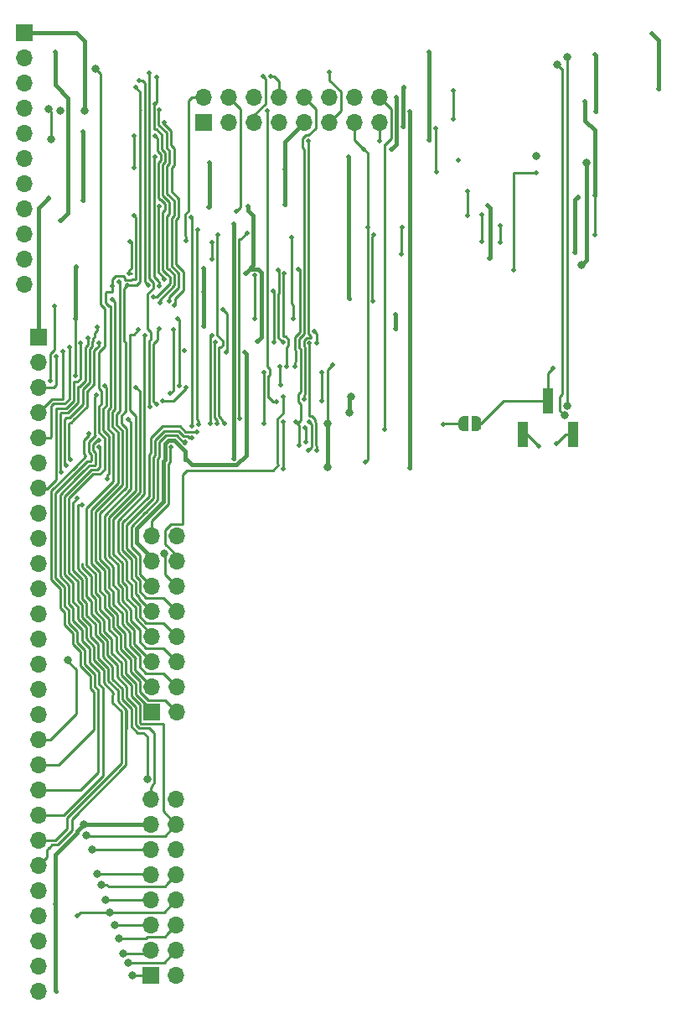
<source format=gbr>
G04 #@! TF.GenerationSoftware,KiCad,Pcbnew,5.1.5+dfsg1-2build2*
G04 #@! TF.CreationDate,2021-12-27T09:35:59+00:00*
G04 #@! TF.ProjectId,psion-org2-power,7073696f-6e2d-46f7-9267-322d706f7765,rev?*
G04 #@! TF.SameCoordinates,Original*
G04 #@! TF.FileFunction,Copper,L2,Bot*
G04 #@! TF.FilePolarity,Positive*
%FSLAX46Y46*%
G04 Gerber Fmt 4.6, Leading zero omitted, Abs format (unit mm)*
G04 Created by KiCad (PCBNEW 5.1.5+dfsg1-2build2) date 2021-12-27 09:35:59*
%MOMM*%
%LPD*%
G04 APERTURE LIST*
%ADD10C,0.100000*%
%ADD11R,1.000000X2.510000*%
%ADD12O,1.700000X1.700000*%
%ADD13R,1.700000X1.700000*%
%ADD14C,0.800000*%
%ADD15C,0.500000*%
%ADD16C,0.400000*%
%ADD17C,0.250000*%
G04 APERTURE END LIST*
G04 #@! TA.AperFunction,SMDPad,CuDef*
D10*
G36*
X126450000Y-70050602D02*
G01*
X126474534Y-70050602D01*
X126523365Y-70055412D01*
X126571490Y-70064984D01*
X126618445Y-70079228D01*
X126663778Y-70098005D01*
X126707051Y-70121136D01*
X126747850Y-70148396D01*
X126785779Y-70179524D01*
X126820476Y-70214221D01*
X126851604Y-70252150D01*
X126878864Y-70292949D01*
X126901995Y-70336222D01*
X126920772Y-70381555D01*
X126935016Y-70428510D01*
X126944588Y-70476635D01*
X126949398Y-70525466D01*
X126949398Y-70550000D01*
X126950000Y-70550000D01*
X126950000Y-71050000D01*
X126949398Y-71050000D01*
X126949398Y-71074534D01*
X126944588Y-71123365D01*
X126935016Y-71171490D01*
X126920772Y-71218445D01*
X126901995Y-71263778D01*
X126878864Y-71307051D01*
X126851604Y-71347850D01*
X126820476Y-71385779D01*
X126785779Y-71420476D01*
X126747850Y-71451604D01*
X126707051Y-71478864D01*
X126663778Y-71501995D01*
X126618445Y-71520772D01*
X126571490Y-71535016D01*
X126523365Y-71544588D01*
X126474534Y-71549398D01*
X126450000Y-71549398D01*
X126450000Y-71550000D01*
X125950000Y-71550000D01*
X125950000Y-70050000D01*
X126450000Y-70050000D01*
X126450000Y-70050602D01*
G37*
G04 #@! TD.AperFunction*
G04 #@! TA.AperFunction,SMDPad,CuDef*
G36*
X125650000Y-71550000D02*
G01*
X125150000Y-71550000D01*
X125150000Y-71549398D01*
X125125466Y-71549398D01*
X125076635Y-71544588D01*
X125028510Y-71535016D01*
X124981555Y-71520772D01*
X124936222Y-71501995D01*
X124892949Y-71478864D01*
X124852150Y-71451604D01*
X124814221Y-71420476D01*
X124779524Y-71385779D01*
X124748396Y-71347850D01*
X124721136Y-71307051D01*
X124698005Y-71263778D01*
X124679228Y-71218445D01*
X124664984Y-71171490D01*
X124655412Y-71123365D01*
X124650602Y-71074534D01*
X124650602Y-71050000D01*
X124650000Y-71050000D01*
X124650000Y-70550000D01*
X124650602Y-70550000D01*
X124650602Y-70525466D01*
X124655412Y-70476635D01*
X124664984Y-70428510D01*
X124679228Y-70381555D01*
X124698005Y-70336222D01*
X124721136Y-70292949D01*
X124748396Y-70252150D01*
X124779524Y-70214221D01*
X124814221Y-70179524D01*
X124852150Y-70148396D01*
X124892949Y-70121136D01*
X124936222Y-70098005D01*
X124981555Y-70079228D01*
X125028510Y-70064984D01*
X125076635Y-70055412D01*
X125125466Y-70050602D01*
X125150000Y-70050602D01*
X125150000Y-70050000D01*
X125650000Y-70050000D01*
X125650000Y-71550000D01*
G37*
G04 #@! TD.AperFunction*
D11*
X133700000Y-68545000D03*
X131160000Y-71855000D03*
X136240000Y-71855000D03*
D12*
X116680000Y-37860000D03*
X116680000Y-40400000D03*
X114140000Y-37860000D03*
X114140000Y-40400000D03*
X111600000Y-37860000D03*
X111600000Y-40400000D03*
X109060000Y-37860000D03*
X109060000Y-40400000D03*
X106520000Y-37860000D03*
X106520000Y-40400000D03*
X103980000Y-37860000D03*
X103980000Y-40400000D03*
X101440000Y-37860000D03*
X101440000Y-40400000D03*
X98900000Y-37860000D03*
D13*
X98900000Y-40400000D03*
D12*
X96140000Y-108720000D03*
X93600000Y-108720000D03*
X96140000Y-111260000D03*
X93600000Y-111260000D03*
X96140000Y-113800000D03*
X93600000Y-113800000D03*
X96140000Y-116340000D03*
X93600000Y-116340000D03*
X96140000Y-118880000D03*
X93600000Y-118880000D03*
X96140000Y-121420000D03*
X93600000Y-121420000D03*
X96140000Y-123960000D03*
X93600000Y-123960000D03*
X96140000Y-126500000D03*
D13*
X93600000Y-126500000D03*
D12*
X96190000Y-82120000D03*
X93650000Y-82120000D03*
X96190000Y-84660000D03*
X93650000Y-84660000D03*
X96190000Y-87200000D03*
X93650000Y-87200000D03*
X96190000Y-89740000D03*
X93650000Y-89740000D03*
X96190000Y-92280000D03*
X93650000Y-92280000D03*
X96190000Y-94820000D03*
X93650000Y-94820000D03*
X96190000Y-97360000D03*
X93650000Y-97360000D03*
X96190000Y-99900000D03*
D13*
X93650000Y-99900000D03*
D12*
X80800000Y-56700000D03*
X80800000Y-54160000D03*
X80800000Y-51620000D03*
X80800000Y-49080000D03*
X80800000Y-46540000D03*
X80800000Y-44000000D03*
X80800000Y-41460000D03*
X80800000Y-38920000D03*
X80800000Y-36380000D03*
X80800000Y-33840000D03*
D13*
X80800000Y-31300000D03*
D12*
X82200000Y-128100000D03*
X82200000Y-125560000D03*
X82200000Y-123020000D03*
X82200000Y-120480000D03*
X82200000Y-117940000D03*
X82200000Y-115400000D03*
X82200000Y-112860000D03*
X82200000Y-110320000D03*
X82200000Y-107780000D03*
X82200000Y-105240000D03*
X82200000Y-102700000D03*
X82200000Y-100160000D03*
X82200000Y-97620000D03*
X82200000Y-95080000D03*
X82200000Y-92540000D03*
X82200000Y-90000000D03*
X82200000Y-87460000D03*
X82200000Y-84920000D03*
X82200000Y-82380000D03*
X82200000Y-79840000D03*
X82200000Y-77300000D03*
X82200000Y-74760000D03*
X82200000Y-72220000D03*
X82200000Y-69680000D03*
X82200000Y-67140000D03*
X82200000Y-64600000D03*
D13*
X82200000Y-62060000D03*
D14*
X86749889Y-111300000D03*
X132500000Y-43800000D03*
X86900000Y-39200000D03*
X84400000Y-39200000D03*
D15*
X106000000Y-62574998D03*
X105900000Y-57400000D03*
X124600000Y-44200000D03*
X136700000Y-47900000D03*
X99500000Y-44500000D03*
X99400000Y-48924990D03*
X86700000Y-48300000D03*
X86700000Y-41300000D03*
X103100000Y-55600000D03*
X104300000Y-62525010D03*
X103400000Y-48900000D03*
X107100000Y-48700000D03*
X103000010Y-63600000D03*
X96975000Y-63400000D03*
X83200000Y-48000000D03*
X107100000Y-45100000D03*
D14*
X111400000Y-75200000D03*
X113600000Y-69700000D03*
X113800000Y-68100000D03*
X111465670Y-70753356D03*
D15*
X85900000Y-66000000D03*
X85900000Y-60200000D03*
X98900000Y-57500000D03*
X98900000Y-61000000D03*
X104100000Y-60200000D03*
X104100000Y-55824980D03*
X111900000Y-64900000D03*
X113500000Y-43900000D03*
X113600000Y-58200000D03*
X98900000Y-55100000D03*
X86000000Y-55000000D03*
D14*
X94900000Y-83900000D03*
D15*
X106900000Y-75350000D03*
X106900000Y-70600000D03*
D14*
X87649909Y-113800000D03*
D15*
X96996405Y-72657908D03*
X109500000Y-73499982D03*
X109539999Y-70645001D03*
X109019773Y-68300000D03*
X109500000Y-42300000D03*
X116700000Y-42300000D03*
D14*
X88549929Y-117400000D03*
D15*
X97700233Y-72223437D03*
X108558494Y-72956579D03*
X108218399Y-70613500D03*
D14*
X88099919Y-116300000D03*
D15*
X98175485Y-71661463D03*
X109189562Y-72653666D03*
X109133494Y-71214874D03*
X117200000Y-71400000D03*
D14*
X89449949Y-120130916D03*
D15*
X95400000Y-58400000D03*
X94431242Y-39100000D03*
D14*
X88999939Y-118858123D03*
D15*
X96400000Y-67000000D03*
X96300000Y-60200000D03*
X95946610Y-58837288D03*
X94907139Y-40400311D03*
D14*
X90349969Y-122800000D03*
D15*
X92318796Y-61346392D03*
X93840872Y-58000000D03*
X93981232Y-41774990D03*
D14*
X89899959Y-121400000D03*
D15*
X91293865Y-70408263D03*
X94179686Y-68859239D03*
X94420493Y-61206831D03*
X94450000Y-58600000D03*
X94163563Y-35799293D03*
X104900000Y-35765030D03*
D14*
X91249989Y-125200000D03*
D15*
X91150000Y-56850000D03*
X92000000Y-36877069D03*
D14*
X90759736Y-124328418D03*
D15*
X93265872Y-56834128D03*
X92400000Y-36200000D03*
X105670365Y-35765030D03*
X90300000Y-56500000D03*
X89675000Y-58250001D03*
X91400000Y-55675001D03*
X91449979Y-52400000D03*
X97127129Y-52300000D03*
D14*
X91699999Y-126500000D03*
D15*
X89687500Y-56912500D03*
X91899989Y-49800000D03*
X102199990Y-49375000D03*
X101900000Y-74323477D03*
X101900000Y-50600000D03*
X84400000Y-50300000D03*
X84000000Y-36700000D03*
X106900000Y-62600000D03*
X106400000Y-55300000D03*
X107300000Y-65000000D03*
X107050001Y-55613050D03*
X108119753Y-65000000D03*
X108474990Y-55200000D03*
X110326438Y-73499982D03*
X109594773Y-62694337D03*
X99531670Y-70794631D03*
X99700000Y-61900000D03*
X110100000Y-61500000D03*
X110293675Y-62655136D03*
X100231673Y-70794631D03*
X100106670Y-62600000D03*
X84975020Y-75039293D03*
X88100000Y-61024969D03*
X84525010Y-75700000D03*
X87174158Y-62157303D03*
X86475000Y-62624980D03*
X88296836Y-62624980D03*
X85425030Y-74439736D03*
X85325000Y-63074990D03*
X84700000Y-63525000D03*
X84000000Y-64025000D03*
X86068391Y-78368391D03*
D14*
X85213962Y-94631052D03*
D15*
X89193819Y-76340452D03*
X88924980Y-67000000D03*
X95616565Y-73159310D03*
X115200000Y-74650000D03*
X86597668Y-78998432D03*
X101000000Y-70773431D03*
X100300000Y-51700010D03*
X115449999Y-50975000D03*
X119700000Y-75300000D03*
X119700000Y-39300000D03*
X97702129Y-71057897D03*
X97600000Y-49950000D03*
X125600000Y-49800000D03*
X125600000Y-47300000D03*
D14*
X137100000Y-54800000D03*
X137600000Y-44500000D03*
D15*
X134200000Y-65200000D03*
X84000000Y-128100000D03*
X100850001Y-59300000D03*
X101200000Y-63600000D03*
X118300000Y-61200000D03*
X118300000Y-59800000D03*
X144200000Y-31400000D03*
X144900000Y-37000000D03*
X127600000Y-48800000D03*
X127800000Y-54100000D03*
X136400000Y-53500000D03*
X119050000Y-40800000D03*
X119100000Y-36800000D03*
X83900000Y-119300000D03*
X86100000Y-120500000D03*
X93000000Y-61900000D03*
X92043883Y-67125002D03*
X91899989Y-41774990D03*
X91899989Y-45000000D03*
X94000000Y-38500000D03*
X121700000Y-42200000D03*
X121700000Y-33265000D03*
X83900000Y-33265000D03*
D14*
X93200000Y-106700000D03*
D15*
X118400000Y-37857086D03*
X117900000Y-43100000D03*
X115100000Y-43100000D03*
X138500000Y-39300000D03*
X138400000Y-33500000D03*
X88293801Y-73200000D03*
X102550000Y-70323421D03*
X103261783Y-51538802D03*
X116100000Y-51700000D03*
X116024999Y-58400000D03*
D14*
X134651315Y-34565000D03*
X135357464Y-69970144D03*
X135600000Y-33800000D03*
X135600000Y-69000000D03*
D15*
X106300000Y-68600000D03*
X105300000Y-39200000D03*
X98381669Y-70889887D03*
X98277129Y-51250000D03*
X127000000Y-52400000D03*
X127000000Y-49700000D03*
X138400000Y-51700000D03*
X138400000Y-47800000D03*
X137400000Y-38300000D03*
D14*
X88000000Y-35015010D03*
D15*
X88024960Y-67900000D03*
X83425000Y-66500000D03*
X83800000Y-58900000D03*
X87293809Y-71800000D03*
X94779320Y-68498073D03*
X97086409Y-67137281D03*
X104970371Y-70793346D03*
X105000000Y-65600000D03*
X110800000Y-65600000D03*
X110800000Y-68500000D03*
X99700001Y-54200000D03*
X107951826Y-60225000D03*
X107800000Y-52000000D03*
X99700000Y-52500000D03*
X94916673Y-56265450D03*
X94431242Y-48900000D03*
X94415873Y-56901536D03*
X93981232Y-43900000D03*
D14*
X83500000Y-42075000D03*
X83200000Y-39000000D03*
D15*
X88293801Y-72499997D03*
X93500000Y-69100000D03*
X111600000Y-35315020D03*
X93400000Y-35400000D03*
X130200000Y-55300000D03*
X132500000Y-45500000D03*
X122350000Y-41000000D03*
X124100000Y-40100000D03*
X124100000Y-37200000D03*
X122400000Y-45400000D03*
X118900000Y-53700000D03*
X119000000Y-50975000D03*
X128900000Y-52500000D03*
X128900000Y-50800000D03*
X95825000Y-61300000D03*
X95500000Y-67775000D03*
X132800000Y-73100000D03*
X134500000Y-72800000D03*
X123100000Y-70900000D03*
X106600445Y-65025000D03*
X106699317Y-66929625D03*
D14*
X87046058Y-112344836D03*
D15*
X106900000Y-68100000D03*
D16*
X93560000Y-111300000D02*
X93600000Y-111260000D01*
X86749889Y-111300000D02*
X93560000Y-111300000D01*
X80800000Y-31300000D02*
X86000000Y-31300000D01*
X86900000Y-32200000D02*
X86900000Y-39200000D01*
X86000000Y-31300000D02*
X86900000Y-32200000D01*
X84300000Y-39300000D02*
X84400000Y-39200000D01*
X93650000Y-84450001D02*
X93650000Y-84660000D01*
D17*
X106000000Y-57500000D02*
X105900000Y-57400000D01*
X106000000Y-62574998D02*
X106000000Y-57500000D01*
D16*
X136700000Y-47900000D02*
X136411889Y-48188111D01*
X99500000Y-48824990D02*
X99400000Y-48924990D01*
X99500000Y-44500000D02*
X99500000Y-48824990D01*
X86700000Y-48300000D02*
X86700000Y-41300000D01*
X104750001Y-62075009D02*
X104300000Y-62525010D01*
X104750001Y-55512979D02*
X104750001Y-62075009D01*
X104412001Y-55174979D02*
X104750001Y-55512979D01*
X103525021Y-55174979D02*
X104412001Y-55174979D01*
X103100000Y-55600000D02*
X103525021Y-55174979D01*
X103349999Y-55350001D02*
X103100000Y-55600000D01*
X103911784Y-54788216D02*
X103349999Y-55350001D01*
X103911784Y-49765337D02*
X103911784Y-54788216D01*
X103400000Y-49253553D02*
X103911784Y-49765337D01*
X103400000Y-48900000D02*
X103400000Y-49253553D01*
X97000000Y-74100000D02*
X97000000Y-74300000D01*
X97000000Y-74100000D02*
X97000000Y-74400000D01*
X103200001Y-63799991D02*
X103000010Y-63600000D01*
X103200001Y-73985478D02*
X103200001Y-63799991D01*
X102212001Y-74973478D02*
X103200001Y-73985478D01*
X97673478Y-74973478D02*
X102212001Y-74973478D01*
X97000000Y-74300000D02*
X97673478Y-74973478D01*
X82200000Y-49000000D02*
X83200000Y-48000000D01*
X82200000Y-62060000D02*
X82200000Y-49000000D01*
X107100000Y-48700000D02*
X107100000Y-45300000D01*
X107100000Y-45300000D02*
X107100000Y-45100000D01*
X107100000Y-42360000D02*
X109060000Y-40400000D01*
X107100000Y-45100000D02*
X107100000Y-42360000D01*
X111400000Y-70819026D02*
X111465670Y-70753356D01*
X111400000Y-75200000D02*
X111400000Y-70819026D01*
X113600000Y-68300000D02*
X113800000Y-68100000D01*
X113600000Y-69700000D02*
X113600000Y-68300000D01*
D17*
X85900000Y-66000000D02*
X85900000Y-60200000D01*
D16*
X98900000Y-57500000D02*
X98900000Y-61000000D01*
D17*
X104100000Y-60200000D02*
X104100000Y-55824980D01*
X111465670Y-65334330D02*
X111465670Y-70753356D01*
X111900000Y-64900000D02*
X111465670Y-65334330D01*
D16*
X113500000Y-58100000D02*
X113600000Y-58200000D01*
X113500000Y-43900000D02*
X113500000Y-58100000D01*
X98900000Y-57500000D02*
X98900000Y-55100000D01*
X85900000Y-55100000D02*
X86000000Y-55000000D01*
X85900000Y-60200000D02*
X85900000Y-55100000D01*
D17*
X96190000Y-87200000D02*
X96190000Y-87090000D01*
X96190000Y-87200000D02*
X95000000Y-86010000D01*
X95000000Y-84000000D02*
X94900000Y-83900000D01*
X95000000Y-86010000D02*
X95000000Y-84000000D01*
X106900000Y-75350000D02*
X106900000Y-75350000D01*
X106900000Y-75350000D02*
X106900000Y-70800000D01*
X87649909Y-113800000D02*
X93600000Y-113800000D01*
X96996405Y-72803594D02*
X96996405Y-72657908D01*
X95087098Y-71984299D02*
X96146033Y-71984300D01*
X96980866Y-72819133D02*
X96996405Y-72803594D01*
X96146033Y-71984300D02*
X96980866Y-72819133D01*
X94441555Y-72629842D02*
X95087098Y-71984299D01*
X92474999Y-86024999D02*
X92474999Y-84121409D01*
X94268911Y-74331089D02*
X94441554Y-74158446D01*
X92474999Y-84121409D02*
X91574980Y-83221390D01*
X91574981Y-81183197D02*
X92958178Y-79800000D01*
X91574980Y-83221390D02*
X91574981Y-81183197D01*
X93650000Y-87200000D02*
X92474999Y-86024999D01*
X94268910Y-76930360D02*
X94268911Y-74331089D01*
X94441554Y-74158446D02*
X94441555Y-72629842D01*
X109800000Y-70905002D02*
X109539999Y-70645001D01*
X109800000Y-72800000D02*
X109800000Y-70905002D01*
X109799982Y-72800018D02*
X109800000Y-72800000D01*
X109799982Y-73200000D02*
X109799982Y-72800018D01*
X109500000Y-73499982D02*
X109799982Y-73200000D01*
X109019773Y-68300000D02*
X109019773Y-67924990D01*
X109019773Y-67924990D02*
X109144763Y-67800000D01*
X109144763Y-67800000D02*
X109144763Y-64700000D01*
X109144763Y-64700000D02*
X109144763Y-63300000D01*
X109144763Y-63300000D02*
X109144763Y-63095329D01*
X109019772Y-62418336D02*
X109318772Y-62119336D01*
X109019772Y-62970338D02*
X109019772Y-62418336D01*
X109144763Y-63095329D02*
X109019772Y-62970338D01*
X109318772Y-62119336D02*
X109380664Y-62119336D01*
X109380664Y-62119336D02*
X109700000Y-62119336D01*
X109700000Y-61951002D02*
X109500000Y-61751002D01*
X109700000Y-62119336D02*
X109700000Y-61951002D01*
X109500000Y-61751002D02*
X109500000Y-42300000D01*
X116700000Y-40420000D02*
X116680000Y-40400000D01*
X116700000Y-42300000D02*
X116700000Y-40420000D01*
X95290001Y-117189999D02*
X96140000Y-116340000D01*
X94964999Y-117515001D02*
X95290001Y-117189999D01*
X89230615Y-117515001D02*
X94964999Y-117515001D01*
X89115614Y-117400000D02*
X89230615Y-117515001D01*
X88549929Y-117400000D02*
X89115614Y-117400000D01*
X108558494Y-70953595D02*
X108218399Y-70613500D01*
X108558494Y-72956579D02*
X108558494Y-70953595D01*
X109909999Y-38709999D02*
X109060000Y-37860000D01*
X110235001Y-39035001D02*
X109909999Y-38709999D01*
X109499002Y-41700000D02*
X110235001Y-40964001D01*
X109248998Y-41700000D02*
X109499002Y-41700000D01*
X108924999Y-42023999D02*
X109248998Y-41700000D01*
X108924999Y-42975009D02*
X108924999Y-42023999D01*
X108571952Y-70613500D02*
X108700000Y-70485452D01*
X108700000Y-70485452D02*
X108700000Y-68831229D01*
X108694753Y-67605247D02*
X108694753Y-63281729D01*
X108569763Y-62231935D02*
X109049990Y-61751708D01*
X108444772Y-67855228D02*
X108694753Y-67605247D01*
X110235001Y-40964001D02*
X110235001Y-39035001D01*
X108569762Y-63156738D02*
X108569763Y-62231935D01*
X108700000Y-68831229D02*
X108444772Y-68576001D01*
X108694753Y-63281729D02*
X108569762Y-63156738D01*
X108218399Y-70613500D02*
X108571952Y-70613500D01*
X108444772Y-68576001D02*
X108444772Y-67855228D01*
X109049990Y-61751708D02*
X109049990Y-43100000D01*
X109049990Y-43100000D02*
X108924999Y-42975009D01*
X93560000Y-116300000D02*
X93600000Y-116340000D01*
X88099919Y-116300000D02*
X93560000Y-116300000D01*
X109189562Y-71270942D02*
X109133494Y-71214874D01*
X109189562Y-72653666D02*
X109189562Y-71270942D01*
X117529999Y-38709999D02*
X116680000Y-37860000D01*
X117855001Y-39035001D02*
X117529999Y-38709999D01*
X117855001Y-42044999D02*
X117855001Y-39035001D01*
X117300000Y-42600000D02*
X117855001Y-42044999D01*
X117200000Y-42600000D02*
X117300000Y-42600000D01*
X117200000Y-71400000D02*
X117200000Y-42600000D01*
X94889084Y-120130916D02*
X96140000Y-118880000D01*
X89449949Y-120130916D02*
X94889084Y-120130916D01*
X96391693Y-57049536D02*
X96391693Y-55616648D01*
X95400000Y-58041231D02*
X96391693Y-57049536D01*
X95400000Y-58400000D02*
X95400000Y-58041231D01*
X96391693Y-55616648D02*
X96391692Y-55616647D01*
X96391692Y-55616647D02*
X95656282Y-54881237D01*
X95656282Y-54881237D02*
X95656282Y-50059200D01*
X95906262Y-49809220D02*
X95906261Y-48251197D01*
X95656282Y-50059200D02*
X95906262Y-49809220D01*
X95906261Y-48251197D02*
X95206272Y-47551208D01*
X95206272Y-47551208D02*
X95206272Y-44798782D01*
X95456251Y-43251197D02*
X95132254Y-42927200D01*
X95456252Y-44548800D02*
X95456251Y-43251197D01*
X95206272Y-44798782D02*
X95456252Y-44548800D01*
X95132254Y-42927200D02*
X95132253Y-41438599D01*
X95132253Y-41438599D02*
X94306252Y-40612598D01*
X94306252Y-40612598D02*
X94306252Y-39500000D01*
X94306252Y-39224990D02*
X94431242Y-39100000D01*
X94306252Y-39500000D02*
X94306252Y-39224990D01*
X93578123Y-118858123D02*
X93600000Y-118880000D01*
X88999939Y-118858123D02*
X93578123Y-118858123D01*
X95906261Y-43006261D02*
X95582262Y-42682262D01*
X94756262Y-40426198D02*
X94782149Y-40400311D01*
X95946610Y-58837288D02*
X95975001Y-58808897D01*
X96106292Y-54694837D02*
X96106292Y-50245600D01*
X95906261Y-44735199D02*
X95906261Y-43006261D01*
X95975001Y-58808897D02*
X95975001Y-58175001D01*
X95975001Y-58175001D02*
X96841703Y-57308299D01*
X95582262Y-42682262D02*
X95582262Y-41252198D01*
X96841703Y-55430248D02*
X96106292Y-54694837D01*
X96106292Y-50245600D02*
X96356271Y-49995619D01*
X95656282Y-47364808D02*
X95656282Y-44985179D01*
X96356271Y-49995619D02*
X96356270Y-48064796D01*
X94782149Y-40400311D02*
X94907139Y-40400311D01*
X96356270Y-48064796D02*
X95656282Y-47364808D01*
X95582262Y-41252198D02*
X94756262Y-40426198D01*
X96841703Y-57308299D02*
X96841703Y-55430248D01*
X95656282Y-44985179D02*
X95906261Y-44735199D01*
X94964999Y-122595001D02*
X95290001Y-122269999D01*
X93225997Y-122595001D02*
X94964999Y-122595001D01*
X95290001Y-122269999D02*
X96140000Y-121420000D01*
X93020998Y-122800000D02*
X93225997Y-122595001D01*
X90349969Y-122800000D02*
X93020998Y-122800000D01*
X94825001Y-93455001D02*
X96190000Y-94820000D01*
X92474999Y-91715999D02*
X92474999Y-92844001D01*
X92500000Y-91690998D02*
X92474999Y-91715999D01*
X93085999Y-93455001D02*
X94825001Y-93455001D01*
X92500000Y-91601822D02*
X92500000Y-91690998D01*
X91549990Y-89549220D02*
X91549990Y-90651812D01*
X90674959Y-88674189D02*
X91549990Y-89549220D01*
X90674959Y-87407009D02*
X90674959Y-88674189D01*
X90224949Y-86956999D02*
X90674959Y-87407009D01*
X92474999Y-92844001D02*
X93085999Y-93455001D01*
X91549990Y-90651812D02*
X92500000Y-91601822D01*
X90224949Y-85053406D02*
X90224949Y-86956999D01*
X92018864Y-77557264D02*
X89324936Y-80251192D01*
X89324936Y-80251192D02*
X89324936Y-84153393D01*
X89324936Y-84153393D02*
X90224949Y-85053406D01*
X91468883Y-69448001D02*
X91468883Y-61831117D01*
X92018865Y-69997983D02*
X91468883Y-69448001D01*
X92018865Y-73781135D02*
X92018865Y-69997983D01*
X92018866Y-73466825D02*
X92018865Y-73781135D01*
X92018865Y-73781135D02*
X92018864Y-77557264D01*
X91468883Y-61831117D02*
X91500000Y-61800000D01*
X91834071Y-61831117D02*
X92318796Y-61346392D01*
X91468883Y-61831117D02*
X91834071Y-61831117D01*
X95202225Y-55700000D02*
X95136410Y-55700000D01*
X95491674Y-55989449D02*
X95202225Y-55700000D01*
X95491674Y-56676737D02*
X95491674Y-55989449D01*
X94168411Y-58000000D02*
X95491674Y-56676737D01*
X93840872Y-58000000D02*
X94168411Y-58000000D01*
X95136410Y-55700000D02*
X94756262Y-55319852D01*
X94756262Y-55319852D02*
X94756262Y-49686400D01*
X95006243Y-48623999D02*
X94582244Y-48200000D01*
X95006243Y-49176001D02*
X95006243Y-48623999D01*
X94756262Y-49425982D02*
X95006243Y-49176001D01*
X94756262Y-49686400D02*
X94756262Y-49425982D01*
X94500000Y-48200000D02*
X94306252Y-48006252D01*
X94582244Y-48200000D02*
X94500000Y-48200000D01*
X94556233Y-43623999D02*
X94232234Y-43300000D01*
X94556233Y-44176001D02*
X94556233Y-43623999D01*
X94306252Y-44425982D02*
X94556233Y-44176001D01*
X94306252Y-48006252D02*
X94306252Y-44425982D01*
X94232234Y-42025992D02*
X93981232Y-41774990D01*
X94232234Y-43300000D02*
X94232234Y-42025992D01*
X93580000Y-121400000D02*
X93600000Y-121420000D01*
X89899959Y-121400000D02*
X93580000Y-121400000D01*
X93650000Y-94820000D02*
X91908178Y-93078178D01*
X91908178Y-91646410D02*
X91099980Y-90838212D01*
X91908178Y-93078178D02*
X91908178Y-91646410D01*
X91099980Y-90838212D02*
X91099980Y-89735620D01*
X91099980Y-89735620D02*
X90224949Y-88860589D01*
X90224949Y-88860589D02*
X90224949Y-87593409D01*
X89774939Y-87143399D02*
X89774939Y-85239806D01*
X90224949Y-87593409D02*
X89774939Y-87143399D01*
X89774939Y-85239806D02*
X88874926Y-84339793D01*
X88874927Y-80064791D02*
X91568855Y-77370863D01*
X88874926Y-84339793D02*
X88874927Y-80064791D01*
X91568857Y-70683255D02*
X91293865Y-70408263D01*
X91568857Y-73431143D02*
X91568857Y-70683255D01*
X91568855Y-77370863D02*
X91568857Y-73431143D01*
X91568857Y-73431143D02*
X91568857Y-73280424D01*
X91293865Y-70408263D02*
X91293865Y-70408263D01*
X94041360Y-68800000D02*
X93818904Y-68577544D01*
X94120447Y-68800000D02*
X94041360Y-68800000D01*
X94179686Y-68859239D02*
X94120447Y-68800000D01*
X93818904Y-68577544D02*
X93818904Y-68286400D01*
X93818904Y-68286400D02*
X93818904Y-62800000D01*
X94225011Y-62362401D02*
X94225010Y-61437598D01*
X93818904Y-62768508D02*
X94225011Y-62362401D01*
X93818904Y-62800000D02*
X93818904Y-62768508D01*
X94420493Y-61242115D02*
X94420493Y-61206831D01*
X94225010Y-61437598D02*
X94420493Y-61242115D01*
X95388625Y-55249990D02*
X95322810Y-55249990D01*
X95941683Y-55803048D02*
X95388625Y-55249990D01*
X95941684Y-56863137D02*
X95941683Y-55803048D01*
X94400000Y-58404821D02*
X95941684Y-56863137D01*
X94400000Y-58550000D02*
X94400000Y-58404821D01*
X94450000Y-58600000D02*
X94400000Y-58550000D01*
X95322810Y-55249990D02*
X95206272Y-55133452D01*
X95206272Y-55133452D02*
X95206272Y-50100000D01*
X95206272Y-50100000D02*
X95206272Y-49872800D01*
X95456252Y-48437598D02*
X94768645Y-47749991D01*
X95456252Y-49622820D02*
X95456252Y-48437598D01*
X95206272Y-49872800D02*
X95456252Y-49622820D01*
X94768645Y-47749991D02*
X94756262Y-47737608D01*
X94756262Y-47737608D02*
X94756262Y-44612382D01*
X95006243Y-44362401D02*
X95006242Y-43437598D01*
X94756262Y-44612382D02*
X95006243Y-44362401D01*
X95006242Y-43437598D02*
X94682244Y-43113600D01*
X94682244Y-43113600D02*
X94682244Y-41625000D01*
X94682244Y-41625000D02*
X94157244Y-41100000D01*
X93900000Y-41100000D02*
X93856242Y-41056242D01*
X94157244Y-41100000D02*
X93900000Y-41100000D01*
X94162856Y-35800000D02*
X94163563Y-35799293D01*
X103980000Y-39668998D02*
X103980000Y-40400000D01*
X105155001Y-38493997D02*
X103980000Y-39668998D01*
X105155001Y-36020031D02*
X105155001Y-38493997D01*
X104900000Y-35765030D02*
X105155001Y-36020031D01*
X94900000Y-125200000D02*
X96140000Y-123960000D01*
X91249989Y-125200000D02*
X94900000Y-125200000D01*
X92474999Y-95384001D02*
X92474999Y-94281409D01*
X93085999Y-95995001D02*
X92474999Y-95384001D01*
X94825001Y-95995001D02*
X93085999Y-95995001D01*
X96190000Y-97360000D02*
X94825001Y-95995001D01*
X92474999Y-94281409D02*
X91458168Y-93264578D01*
X91458168Y-93264578D02*
X91458168Y-91832810D01*
X91458168Y-91832810D02*
X90649970Y-91024612D01*
X90649970Y-91024612D02*
X90649970Y-89922020D01*
X90649970Y-89922020D02*
X89774939Y-89046989D01*
X89774939Y-87779809D02*
X89324929Y-87329799D01*
X89774939Y-89046989D02*
X89774939Y-87779809D01*
X89324929Y-87329799D02*
X89324929Y-85426206D01*
X88424917Y-84526192D02*
X88424918Y-79878390D01*
X89324929Y-85426206D02*
X88424917Y-84526192D01*
X88424918Y-79878390D02*
X91118846Y-77184462D01*
X90965599Y-69634401D02*
X91018873Y-69634401D01*
X90568864Y-70756264D02*
X90568864Y-70031136D01*
X91118847Y-71306247D02*
X90568864Y-70756264D01*
X91118847Y-73418847D02*
X91118847Y-71306247D01*
X91118846Y-77184462D02*
X91118847Y-73418847D01*
X90568864Y-70031136D02*
X90965599Y-69634401D01*
X91118847Y-73418847D02*
X91118848Y-73094023D01*
X91018873Y-69634401D02*
X91018873Y-62600000D01*
X90874999Y-62456126D02*
X90874999Y-57125001D01*
X90874999Y-57125001D02*
X91150000Y-56850000D01*
X91018873Y-62600000D02*
X90874999Y-62456126D01*
X91150000Y-56850000D02*
X91200000Y-56800000D01*
X91150000Y-56850000D02*
X92124989Y-56850000D01*
X92124989Y-56850000D02*
X92474989Y-56500000D01*
X92474989Y-56500000D02*
X92474989Y-48800000D01*
X92474989Y-48800000D02*
X92474989Y-46500000D01*
X92474989Y-39125011D02*
X92506212Y-39093788D01*
X92474989Y-46500000D02*
X92474989Y-39125011D01*
X93231582Y-124328418D02*
X93600000Y-123960000D01*
X90759736Y-124328418D02*
X93231582Y-124328418D01*
X93650000Y-97360000D02*
X91941085Y-95651085D01*
X91941085Y-94558915D02*
X92024989Y-94475011D01*
X91941085Y-95651085D02*
X91941085Y-94558915D01*
X92024989Y-94475011D02*
X90948553Y-93398575D01*
X90948553Y-91959605D02*
X90199960Y-91211012D01*
X90948553Y-93398575D02*
X90948553Y-91959605D01*
X90199960Y-91211012D02*
X90199960Y-90108420D01*
X90199960Y-90108420D02*
X89324929Y-89233389D01*
X89324929Y-89233389D02*
X89324929Y-87966209D01*
X89324929Y-87966209D02*
X88874919Y-87516199D01*
X88874919Y-87516199D02*
X88874919Y-85612605D01*
X87974908Y-84712591D02*
X87974909Y-79691989D01*
X88874919Y-85612605D02*
X87974908Y-84712591D01*
X87974909Y-79691989D02*
X90668837Y-76998061D01*
X90118854Y-70942664D02*
X90118855Y-69844735D01*
X90668839Y-71492649D02*
X90118854Y-70942664D01*
X90668839Y-73168839D02*
X90668839Y-71492649D01*
X90668837Y-76998061D02*
X90668839Y-73168839D01*
X90668839Y-73168839D02*
X90668839Y-72907622D01*
X90118855Y-69844735D02*
X90400000Y-69563590D01*
X90400000Y-69563590D02*
X90400000Y-56526998D01*
X93265872Y-56834128D02*
X92956222Y-56524478D01*
X92924999Y-39475001D02*
X92956222Y-39443778D01*
X92924999Y-56493255D02*
X92924999Y-39475001D01*
X92956222Y-56524478D02*
X92924999Y-56493255D01*
X106520000Y-36657919D02*
X106520000Y-37860000D01*
X106023918Y-35765030D02*
X106520000Y-36261112D01*
X106520000Y-36261112D02*
X106520000Y-36657919D01*
X105670365Y-35765030D02*
X106023918Y-35765030D01*
X90326998Y-56526998D02*
X90300000Y-56500000D01*
X90400000Y-56526998D02*
X90326998Y-56526998D01*
X93275997Y-98724999D02*
X92474999Y-97924001D01*
X95014999Y-98724999D02*
X93275997Y-98724999D01*
X96190000Y-99900000D02*
X95014999Y-98724999D01*
X92474999Y-97924001D02*
X92474999Y-96821409D01*
X92474999Y-96821409D02*
X91491075Y-95837485D01*
X91491075Y-95837485D02*
X91491075Y-94577507D01*
X91491075Y-94577507D02*
X90498543Y-93584975D01*
X90498543Y-92146005D02*
X89749950Y-91397412D01*
X90498543Y-93584975D02*
X90498543Y-92146005D01*
X89749950Y-90294820D02*
X88874919Y-89419789D01*
X89749950Y-91397412D02*
X89749950Y-90294820D01*
X88874919Y-89419789D02*
X88874919Y-88152609D01*
X88874919Y-88152609D02*
X88424909Y-87702599D01*
X88424909Y-87702599D02*
X88424909Y-85799004D01*
X88424909Y-85799004D02*
X87524899Y-84898990D01*
X87524900Y-79505588D02*
X90218828Y-76811660D01*
X87524899Y-84898990D02*
X87524900Y-79505588D01*
X90218828Y-76811660D02*
X90218830Y-72721221D01*
X90218830Y-72721221D02*
X90218830Y-71679050D01*
X89668845Y-71129063D02*
X89668846Y-69658334D01*
X90218830Y-71679050D02*
X89668845Y-71129063D01*
X89668846Y-69631154D02*
X89949990Y-69350010D01*
X89668846Y-69658334D02*
X89668846Y-69631154D01*
X89949990Y-58524991D02*
X89675000Y-58250001D01*
X89949990Y-69350010D02*
X89949990Y-58524991D01*
X89675000Y-58250001D02*
X89675000Y-58250001D01*
X91524999Y-55675001D02*
X91574969Y-55625031D01*
X91400000Y-55675001D02*
X91524999Y-55675001D01*
X91400000Y-55321448D02*
X91574969Y-55146479D01*
X91400000Y-55675001D02*
X91400000Y-55321448D01*
X91574969Y-55146479D02*
X91574969Y-52400000D01*
X91574969Y-52400000D02*
X91449979Y-52400000D01*
X97697919Y-37860000D02*
X98900000Y-37860000D01*
X97398998Y-38158921D02*
X97697919Y-37860000D01*
X97398998Y-49300000D02*
X97398998Y-38158921D01*
X97024999Y-49673999D02*
X97398998Y-49300000D01*
X97024999Y-51844317D02*
X97024999Y-49673999D01*
X97127129Y-51946447D02*
X97024999Y-51844317D01*
X97127129Y-52300000D02*
X97127129Y-51946447D01*
X91699999Y-126500000D02*
X93600000Y-126500000D01*
X89600000Y-57500000D02*
X89625000Y-57525000D01*
X89499980Y-58975002D02*
X89326999Y-58975002D01*
X89218836Y-71315462D02*
X89218837Y-69444753D01*
X89768821Y-71865450D02*
X89218836Y-71315462D01*
X89675000Y-57475000D02*
X89675000Y-56900000D01*
X87074891Y-79319187D02*
X89768819Y-76625259D01*
X88949999Y-58598002D02*
X88949999Y-57625001D01*
X89499980Y-69163610D02*
X89499980Y-58975002D01*
X87074890Y-85085389D02*
X87074891Y-79319187D01*
X93650000Y-99900000D02*
X93650000Y-99735412D01*
X87974899Y-87888999D02*
X87974899Y-85985403D01*
X93650000Y-99735412D02*
X92024989Y-98110401D01*
X92024989Y-98110401D02*
X92024989Y-97007809D01*
X92024989Y-97007809D02*
X91041065Y-96023885D01*
X91041065Y-96023885D02*
X91041065Y-94763907D01*
X91041065Y-94763907D02*
X90048533Y-93771375D01*
X89218837Y-69444753D02*
X89499980Y-69163610D01*
X89768819Y-76625259D02*
X89768821Y-71865450D01*
X90048533Y-92332405D02*
X89299940Y-91583812D01*
X90048533Y-93771375D02*
X90048533Y-92332405D01*
X89299940Y-91583812D02*
X89299940Y-90481220D01*
X89075000Y-57500000D02*
X89600000Y-57500000D01*
X89326999Y-58975002D02*
X88949999Y-58598002D01*
X89299940Y-90481220D02*
X88424909Y-89606189D01*
X88949999Y-57625001D02*
X89075000Y-57500000D01*
X87974899Y-85985403D02*
X87074890Y-85085389D01*
X88424909Y-89606189D02*
X88424909Y-88339009D01*
X89625000Y-57525000D02*
X89675000Y-57475000D01*
X88424909Y-88339009D02*
X87974899Y-87888999D01*
X90900000Y-56100000D02*
X90900000Y-56274999D01*
X90724999Y-55924999D02*
X90900000Y-56100000D01*
X90023999Y-55924999D02*
X90724999Y-55924999D01*
X89687500Y-56261498D02*
X90023999Y-55924999D01*
X89687500Y-56912500D02*
X89687500Y-56261498D01*
X90900000Y-56274999D02*
X91574999Y-56274999D01*
X91574999Y-56274999D02*
X91649998Y-56200000D01*
X92000000Y-56200000D02*
X92024979Y-56175021D01*
X91649998Y-56200000D02*
X92000000Y-56200000D01*
X92024979Y-56175021D02*
X92024979Y-50300000D01*
X92024979Y-49924990D02*
X91899989Y-49800000D01*
X92024979Y-50300000D02*
X92024979Y-49924990D01*
X102289999Y-38709999D02*
X101440000Y-37860000D01*
X102615001Y-39035001D02*
X102289999Y-38709999D01*
X102615001Y-48959989D02*
X102615001Y-39035001D01*
X102199990Y-49375000D02*
X102615001Y-48959989D01*
D16*
X101900000Y-74323477D02*
X101900000Y-73000000D01*
X101900000Y-73000000D02*
X101900000Y-50600000D01*
X85200001Y-37900001D02*
X84000000Y-36700000D01*
X85200001Y-49499999D02*
X85200001Y-37900001D01*
X84400000Y-50300000D02*
X85200001Y-49499999D01*
D17*
X106900000Y-62600000D02*
X106450010Y-62150010D01*
X106450010Y-62150010D02*
X106450010Y-57700992D01*
X106475001Y-55375001D02*
X106400000Y-55300000D01*
X106475001Y-57676001D02*
X106475001Y-55375001D01*
X106450010Y-57700992D02*
X106475001Y-57676001D01*
X107151002Y-62000000D02*
X106936410Y-62000000D01*
X107475001Y-62323999D02*
X107151002Y-62000000D01*
X107475001Y-62876001D02*
X107475001Y-62323999D01*
X107300000Y-63051002D02*
X107475001Y-62876001D01*
X107300000Y-65000000D02*
X107300000Y-63051002D01*
X106936410Y-61936410D02*
X106900020Y-61900020D01*
X106936410Y-62000000D02*
X106936410Y-61936410D01*
X106900020Y-57887392D02*
X106925011Y-57862401D01*
X106900020Y-61900020D02*
X106900020Y-57887392D01*
X106925011Y-55738040D02*
X107050001Y-55613050D01*
X106925011Y-57862401D02*
X106925011Y-55738040D01*
X108119753Y-64646447D02*
X108244743Y-64521457D01*
X108119753Y-65000000D02*
X108119753Y-64646447D01*
X108244743Y-63468129D02*
X108119753Y-63343137D01*
X108244743Y-64521457D02*
X108244743Y-63468129D01*
X108119753Y-63343137D02*
X108119754Y-62045534D01*
X108119754Y-62045534D02*
X108599980Y-61565308D01*
X108599980Y-61565308D02*
X108599980Y-57600000D01*
X108599980Y-57600000D02*
X108599980Y-55200000D01*
X108599980Y-55200000D02*
X108474990Y-55200000D01*
X110326438Y-73499982D02*
X110326438Y-73062864D01*
X110249992Y-72986418D02*
X110250010Y-72986400D01*
X110326438Y-73062864D02*
X110249992Y-72986418D01*
X110250010Y-72986400D02*
X110250010Y-70718602D01*
X110115000Y-70583592D02*
X110115000Y-70369000D01*
X110250010Y-70718602D02*
X110115000Y-70583592D01*
X110115000Y-70369000D02*
X109816000Y-70070000D01*
X109816000Y-70070000D02*
X109670000Y-70070000D01*
X109594773Y-69994773D02*
X109594773Y-62694337D01*
X109670000Y-70070000D02*
X109594773Y-69994773D01*
X99531670Y-70794631D02*
X99531670Y-61968330D01*
X99631670Y-61968330D02*
X99700000Y-61900000D01*
X99531670Y-61968330D02*
X99631670Y-61968330D01*
X110293675Y-61693675D02*
X110293675Y-62655136D01*
X110100000Y-61500000D02*
X110293675Y-61693675D01*
X100231673Y-70441078D02*
X99981680Y-70191085D01*
X100231673Y-70794631D02*
X100231673Y-70441078D01*
X99981680Y-62724990D02*
X100106670Y-62600000D01*
X99981680Y-70191085D02*
X99981680Y-62724990D01*
X84850030Y-74914303D02*
X84975020Y-75039293D01*
X84850030Y-70349970D02*
X84850030Y-74914303D01*
X85000000Y-70200000D02*
X84850030Y-70349970D01*
X88100000Y-61024969D02*
X88100000Y-61378522D01*
X87847975Y-62078513D02*
X87748797Y-62177691D01*
X86675028Y-67348794D02*
X86675027Y-68870613D01*
X88100000Y-61378522D02*
X87847975Y-61630547D01*
X87623806Y-62575962D02*
X87623805Y-63012605D01*
X87847975Y-61630547D02*
X87847975Y-62078513D01*
X85345640Y-70200000D02*
X85000000Y-70200000D01*
X87748797Y-62177691D02*
X87748797Y-62450971D01*
X87748797Y-62450971D02*
X87623806Y-62575962D01*
X87623805Y-63012605D02*
X87375019Y-63261391D01*
X86675027Y-68870613D02*
X85345640Y-70200000D01*
X87375019Y-63261391D02*
X87375018Y-66648804D01*
X87375018Y-66648804D02*
X86675028Y-67348794D01*
X87173796Y-62826204D02*
X86925010Y-63074990D01*
X87173796Y-62174970D02*
X87173796Y-62826204D01*
X86925009Y-66462403D02*
X86337403Y-67050009D01*
X86925010Y-63074990D02*
X86925009Y-66462403D01*
X86225018Y-68684212D02*
X85209210Y-69700020D01*
X86225019Y-67074981D02*
X86225018Y-68684212D01*
X86249991Y-67050009D02*
X86225019Y-67074981D01*
X86337403Y-67050009D02*
X86249991Y-67050009D01*
X84499980Y-69700020D02*
X84400020Y-69799980D01*
X85209210Y-69700020D02*
X84499980Y-69700020D01*
X84400020Y-69799980D02*
X84400020Y-75800000D01*
X83070779Y-77370780D02*
X82999999Y-77300000D01*
X83950010Y-76491549D02*
X83070779Y-77370780D01*
X82999999Y-77300000D02*
X82200000Y-77300000D01*
X83950010Y-69250010D02*
X83950010Y-76491549D01*
X85775009Y-68497811D02*
X85022810Y-69250010D01*
X85022810Y-69250010D02*
X83950010Y-69250010D01*
X85800000Y-66600000D02*
X85775010Y-66624990D01*
X86151002Y-66600000D02*
X85800000Y-66600000D01*
X86475000Y-66276002D02*
X86151002Y-66600000D01*
X85775010Y-66624990D02*
X85775009Y-68497811D01*
X86475000Y-62624980D02*
X86475000Y-66276002D01*
X88075369Y-63200000D02*
X88072820Y-63200000D01*
X88296836Y-62978533D02*
X88075369Y-63200000D01*
X88296836Y-62624980D02*
X88296836Y-62978533D01*
X88072820Y-63200000D02*
X87825028Y-63447792D01*
X87825028Y-63447792D02*
X87825027Y-66835205D01*
X87125037Y-67535195D02*
X87125036Y-69057014D01*
X87825027Y-66835205D02*
X87125037Y-67535195D01*
X87125036Y-69057014D02*
X85791025Y-70391025D01*
X85791025Y-70391025D02*
X85482050Y-70700000D01*
X85400000Y-70700000D02*
X85300040Y-70799960D01*
X85482050Y-70700000D02*
X85400000Y-70700000D01*
X85300040Y-70799960D02*
X85300040Y-73900000D01*
X85300040Y-74314746D02*
X85425030Y-74439736D01*
X85300040Y-73900000D02*
X85300040Y-74314746D01*
X83500000Y-72122081D02*
X83402081Y-72220000D01*
X83500000Y-69016410D02*
X83500000Y-72122081D01*
X83716410Y-68800000D02*
X83500000Y-69016410D01*
X84836410Y-68800000D02*
X83716410Y-68800000D01*
X83402081Y-72220000D02*
X82200000Y-72220000D01*
X85325000Y-68311410D02*
X84836410Y-68800000D01*
X85325000Y-63074990D02*
X85325000Y-68311410D01*
X83580000Y-68300000D02*
X82200000Y-69680000D01*
X84700000Y-68300000D02*
X83580000Y-68300000D01*
X84700000Y-63525000D02*
X84700000Y-68300000D01*
X83760000Y-67140000D02*
X82200000Y-67140000D01*
X84000000Y-66900000D02*
X83760000Y-67140000D01*
X84000000Y-64025000D02*
X84000000Y-66900000D01*
X83402081Y-102700000D02*
X86002081Y-100100000D01*
X82200000Y-102700000D02*
X83402081Y-102700000D01*
X86002081Y-100100000D02*
X86002081Y-95597919D01*
X85213962Y-94809800D02*
X85213962Y-94631052D01*
X86002081Y-95597919D02*
X85213962Y-94809800D01*
X89193819Y-75986899D02*
X89318810Y-75861908D01*
X89193819Y-76340452D02*
X89193819Y-75986899D01*
X89318810Y-75861908D02*
X89318811Y-72100000D01*
X89318811Y-72100000D02*
X89318811Y-72051849D01*
X88768828Y-69258352D02*
X89049970Y-68977210D01*
X88768827Y-71501861D02*
X88768828Y-69258352D01*
X89318811Y-72051849D02*
X88768827Y-71501861D01*
X89049970Y-67124990D02*
X88924980Y-67000000D01*
X89049970Y-68977210D02*
X89049970Y-67124990D01*
X93520000Y-108800000D02*
X93600000Y-108720000D01*
X95618938Y-73161683D02*
X95616565Y-73159310D01*
X115449999Y-74400001D02*
X115449999Y-43449999D01*
X115200000Y-74650000D02*
X115449999Y-74400001D01*
X114140000Y-42140000D02*
X114140000Y-40400000D01*
X100806674Y-70706674D02*
X100806674Y-70518630D01*
X100873431Y-70773431D02*
X100806674Y-70706674D01*
X101000000Y-70773431D02*
X100873431Y-70773431D01*
X100681683Y-70393639D02*
X100681682Y-70254677D01*
X100806674Y-70518630D02*
X100681683Y-70393639D01*
X100681682Y-70254677D02*
X100431690Y-70004685D01*
X100431690Y-70004685D02*
X100431690Y-63100000D01*
X100431690Y-63100000D02*
X100600000Y-63100000D01*
X100600000Y-63100000D02*
X100800000Y-62900000D01*
X100800000Y-62900000D02*
X100800000Y-62442328D01*
X100800000Y-62442328D02*
X100275001Y-61917329D01*
X100275001Y-51725009D02*
X100300000Y-51700010D01*
X100275001Y-61917329D02*
X100275001Y-51725009D01*
D16*
X119700000Y-75300000D02*
X119700000Y-39300000D01*
D17*
X97702129Y-50052129D02*
X97600000Y-49950000D01*
X97702129Y-71057897D02*
X97702129Y-50052129D01*
X125600000Y-49800000D02*
X125600000Y-47300000D01*
D16*
X137600000Y-54300000D02*
X137600000Y-44500000D01*
X137100000Y-54800000D02*
X137600000Y-54300000D01*
X93650000Y-84350000D02*
X93650000Y-84660000D01*
X92100000Y-82800000D02*
X93650000Y-84350000D01*
X97000000Y-74100000D02*
X97000000Y-73580743D01*
X97000000Y-73580743D02*
X95928566Y-72509309D01*
X95928566Y-72509309D02*
X95304564Y-72509309D01*
X95304564Y-72509309D02*
X94966564Y-72847309D01*
X92100000Y-81500000D02*
X92100000Y-82800000D01*
X94966564Y-72847309D02*
X94966564Y-74433436D01*
X94966564Y-74433436D02*
X94793920Y-74606080D01*
X94793920Y-74606080D02*
X94793920Y-76712894D01*
X94793919Y-78706735D02*
X93483187Y-80017467D01*
X94793920Y-76712894D02*
X94793919Y-78706735D01*
X93483187Y-80017467D02*
X92099990Y-81400664D01*
X92099990Y-81400664D02*
X92099990Y-82800000D01*
D17*
X133700000Y-68545000D02*
X133700000Y-65700000D01*
X133700000Y-65700000D02*
X134200000Y-65200000D01*
X101250010Y-63549990D02*
X101200000Y-63600000D01*
X101250010Y-59700009D02*
X101250010Y-63549990D01*
X100850001Y-59300000D02*
X101250010Y-59700009D01*
X132950000Y-68545000D02*
X133700000Y-68545000D01*
X129205000Y-68545000D02*
X132950000Y-68545000D01*
X126950000Y-70800000D02*
X129205000Y-68545000D01*
X126450000Y-70800000D02*
X126950000Y-70800000D01*
D16*
X118300000Y-61200000D02*
X118300000Y-59800000D01*
X144900000Y-32100000D02*
X144900000Y-37000000D01*
X144200000Y-31400000D02*
X144900000Y-32100000D01*
X127849999Y-54050001D02*
X127800000Y-54100000D01*
X127849999Y-49049999D02*
X127849999Y-54050001D01*
X127600000Y-48800000D02*
X127849999Y-49049999D01*
X136411889Y-53488111D02*
X136400000Y-53500000D01*
X136411889Y-48188111D02*
X136411889Y-53488111D01*
X119050000Y-36850000D02*
X119100000Y-36800000D01*
X119050000Y-40800000D02*
X119050000Y-36850000D01*
X86100000Y-111949889D02*
X86749889Y-111300000D01*
X83900000Y-114300000D02*
X86100000Y-112100000D01*
X86100000Y-112100000D02*
X86100000Y-111949889D01*
X84000000Y-128100000D02*
X83900000Y-128000000D01*
X83900000Y-119300000D02*
X83900000Y-114300000D01*
X83900000Y-128000000D02*
X83900000Y-119300000D01*
D17*
X94268910Y-76930360D02*
X94268910Y-78489268D01*
X94268910Y-78489268D02*
X93029089Y-79729089D01*
X93029089Y-79729089D02*
X92729089Y-80029089D01*
X94825001Y-88375001D02*
X96190000Y-89740000D01*
X93085999Y-88375001D02*
X94825001Y-88375001D01*
X92474999Y-87764001D02*
X93085999Y-88375001D01*
X92474999Y-86661409D02*
X92474999Y-87764001D01*
X92024989Y-86211399D02*
X92474999Y-86661409D01*
X97412936Y-72223437D02*
X97272406Y-72082907D01*
X93991546Y-72443441D02*
X93991545Y-73972045D01*
X96881050Y-72082907D02*
X96332434Y-71534291D01*
X91124971Y-83407789D02*
X92024989Y-84307809D01*
X96332434Y-71534291D02*
X94900699Y-71534290D01*
X97700233Y-72223437D02*
X97412936Y-72223437D01*
X94900699Y-71534290D02*
X93991546Y-72443441D01*
X93818901Y-78302867D02*
X91124972Y-80996796D01*
X97272406Y-72082907D02*
X96881050Y-72082907D01*
X93818902Y-74144688D02*
X93818901Y-78302867D01*
X91124972Y-80996796D02*
X91124971Y-83407789D01*
X93991545Y-73972045D02*
X93818902Y-74144688D01*
X92024989Y-84307809D02*
X92024989Y-86211399D01*
X92387294Y-88477294D02*
X93650000Y-89740000D01*
X92387294Y-88312706D02*
X92387294Y-88477294D01*
X92024989Y-87950401D02*
X92387294Y-88312706D01*
X92024989Y-86847809D02*
X92024989Y-87950401D01*
X98175485Y-71661463D02*
X98146919Y-71632897D01*
X91574979Y-84494208D02*
X91574979Y-86397799D01*
X90674963Y-80810395D02*
X90674962Y-83594188D01*
X91574979Y-86397799D02*
X92024989Y-86847809D01*
X97067450Y-71632897D02*
X96518833Y-71084282D01*
X93541538Y-72257040D02*
X93541536Y-73785644D01*
X98146919Y-71632897D02*
X97067450Y-71632897D01*
X94714300Y-71084281D02*
X93541538Y-72257040D01*
X90674962Y-83594188D02*
X91574979Y-84494208D01*
X93541536Y-73785644D02*
X93368893Y-73958287D01*
X96518833Y-71084282D02*
X94714300Y-71084281D01*
X93368893Y-73958287D02*
X93368892Y-78116466D01*
X93368892Y-78116466D02*
X90674963Y-80810395D01*
X86469084Y-120130916D02*
X89449949Y-120130916D01*
X86100000Y-120500000D02*
X86469084Y-120130916D01*
X92918884Y-61981116D02*
X93000000Y-61900000D01*
X94825001Y-90915001D02*
X93085999Y-90915001D01*
X92474999Y-90304001D02*
X92474999Y-89201409D01*
X90224953Y-83780587D02*
X90224954Y-80623994D01*
X93085999Y-90915001D02*
X92474999Y-90304001D01*
X92918883Y-77930065D02*
X92918884Y-69781116D01*
X92918884Y-69781116D02*
X92918884Y-61981116D01*
X91574979Y-87034209D02*
X91124969Y-86584199D01*
X92474999Y-89201409D02*
X91574979Y-88301389D01*
X91124969Y-86584199D02*
X91124969Y-84680607D01*
X96190000Y-92280000D02*
X94825001Y-90915001D01*
X91574979Y-88301389D02*
X91574979Y-87034209D01*
X91124969Y-84680607D02*
X90224953Y-83780587D01*
X90224954Y-80623994D02*
X92918883Y-77930065D01*
X93650000Y-92115412D02*
X93650000Y-92280000D01*
X92000000Y-90465412D02*
X93650000Y-92115412D01*
X92000000Y-89362820D02*
X92000000Y-90465412D01*
X90674959Y-86770599D02*
X91124969Y-87220609D01*
X90674959Y-84867006D02*
X90674959Y-86770599D01*
X89774944Y-83966986D02*
X90674959Y-84867006D01*
X91124969Y-88487789D02*
X92000000Y-89362820D01*
X89774945Y-80437593D02*
X89774944Y-83966986D01*
X92468875Y-67524991D02*
X92468874Y-77743664D01*
X92468874Y-77743664D02*
X89774945Y-80437593D01*
X92443872Y-67524991D02*
X92468875Y-67524991D01*
X91124969Y-87220609D02*
X91124969Y-88487789D01*
X92043883Y-67125002D02*
X92443872Y-67524991D01*
X96400000Y-60300000D02*
X96300000Y-60200000D01*
X96400000Y-67000000D02*
X96400000Y-60300000D01*
X91899989Y-41774990D02*
X91899989Y-45000000D01*
X93856242Y-38643758D02*
X94000000Y-38500000D01*
X93856242Y-41056242D02*
X93856242Y-38643758D01*
X94163563Y-38336437D02*
X94000000Y-38500000D01*
X94163563Y-35799293D02*
X94163563Y-38336437D01*
X92474989Y-39025011D02*
X92500000Y-39000000D01*
X92474989Y-39125011D02*
X92474989Y-39025011D01*
X92500000Y-37377069D02*
X92000000Y-36877069D01*
X92500000Y-39000000D02*
X92500000Y-37377069D01*
X92956223Y-36402670D02*
X92753553Y-36200000D01*
X92956222Y-39280188D02*
X92956223Y-36402670D01*
X92753553Y-36200000D02*
X92400000Y-36200000D01*
X92924999Y-39311411D02*
X92956222Y-39280188D01*
X92924999Y-39475001D02*
X92924999Y-39311411D01*
D16*
X121700000Y-42200000D02*
X121700000Y-33265000D01*
X83900000Y-36600000D02*
X84000000Y-36700000D01*
X83900000Y-33265000D02*
X83900000Y-36600000D01*
D17*
X86068391Y-78416459D02*
X86068391Y-78368391D01*
X85724864Y-78759986D02*
X86068391Y-78416459D01*
X85724861Y-83999999D02*
X85724864Y-78759986D01*
X87074878Y-88898208D02*
X86624869Y-88448199D01*
X87074879Y-90165389D02*
X87074878Y-88898208D01*
X87929699Y-91020209D02*
X87074879Y-90165389D01*
X93200000Y-106700000D02*
X93200000Y-102363590D01*
X87929700Y-92131197D02*
X87929699Y-91020209D01*
X93200000Y-102363590D02*
X92836427Y-102000019D01*
X92836427Y-102000019D02*
X92192196Y-102000018D01*
X86624869Y-88448199D02*
X86624869Y-86544604D01*
X88698503Y-94330575D02*
X88698502Y-92899999D01*
X92192196Y-102000018D02*
X91574979Y-101382801D01*
X91574978Y-99569620D02*
X90674959Y-98669601D01*
X85724861Y-85644596D02*
X85724861Y-83999999D01*
X91574979Y-101382801D02*
X91574978Y-99569620D01*
X89691034Y-95323106D02*
X88698503Y-94330575D01*
X86624869Y-86544604D02*
X85724861Y-85644596D01*
X88698502Y-92899999D02*
X87929700Y-92131197D01*
X90674959Y-98669601D02*
X90674958Y-97567008D01*
X90674958Y-97567008D02*
X89691035Y-96583085D01*
X89691035Y-96583085D02*
X89691034Y-95323106D01*
X86244115Y-78998432D02*
X86597668Y-78998432D01*
X86200000Y-79042547D02*
X86244115Y-78998432D01*
X86200000Y-83788470D02*
X86200000Y-79042547D01*
X86174870Y-85458189D02*
X86174870Y-83813600D01*
X87074879Y-88261799D02*
X87074879Y-86358203D01*
X87524889Y-88711809D02*
X87074879Y-88261799D01*
X87524889Y-89978989D02*
X87524889Y-88711809D01*
X88399920Y-90854020D02*
X87524889Y-89978989D01*
X88399920Y-91956612D02*
X88399920Y-90854020D01*
X89148513Y-92705205D02*
X88399920Y-91956612D01*
X89148513Y-94144175D02*
X89148513Y-92705205D01*
X93600000Y-107517919D02*
X93717919Y-107400000D01*
X93717919Y-107400000D02*
X93717919Y-107255083D01*
X87074879Y-86358203D02*
X86174870Y-85458189D01*
X93925001Y-107048001D02*
X93925001Y-102075011D01*
X91124969Y-98483201D02*
X91124969Y-97380609D01*
X90141045Y-96396685D02*
X90141045Y-95136707D01*
X93925001Y-102075011D02*
X93400000Y-101550010D01*
X86174870Y-83813600D02*
X86200000Y-83788470D01*
X93600000Y-108720000D02*
X93600000Y-107517919D01*
X93717919Y-107255083D02*
X93925001Y-107048001D01*
X93400000Y-101550010D02*
X92378597Y-101550009D01*
X92378597Y-101550009D02*
X92024989Y-101196401D01*
X92024989Y-101196401D02*
X92024989Y-99383221D01*
X90141045Y-95136707D02*
X89148513Y-94144175D01*
X92024989Y-99383221D02*
X91124969Y-98483201D01*
X91124969Y-97380609D02*
X90141045Y-96396685D01*
X93650000Y-80593130D02*
X93650000Y-82120000D01*
X95318928Y-78924202D02*
X93650000Y-80593130D01*
X95491574Y-74650902D02*
X95318930Y-74823546D01*
X95491574Y-73208426D02*
X95491574Y-74650902D01*
X95318930Y-74823546D02*
X95318928Y-78924202D01*
X95540690Y-73159310D02*
X95491574Y-73208426D01*
X95616565Y-73159310D02*
X95540690Y-73159310D01*
D16*
X118400000Y-42600000D02*
X117900000Y-43100000D01*
X118400000Y-37857086D02*
X118400000Y-42600000D01*
D17*
X115100000Y-43100000D02*
X114140000Y-42140000D01*
X115449999Y-43449999D02*
X115100000Y-43100000D01*
D16*
X138500000Y-33600000D02*
X138400000Y-33500000D01*
X138500000Y-39300000D02*
X138500000Y-33600000D01*
D17*
X82200000Y-112860000D02*
X83940000Y-112860000D01*
X85124869Y-111675131D02*
X85124870Y-110579197D01*
X83940000Y-112860000D02*
X85124869Y-111675131D01*
X90600000Y-105104067D02*
X90600000Y-99867462D01*
X85124870Y-110579197D02*
X90600000Y-105104067D01*
X89700000Y-98200000D02*
X89774939Y-98125061D01*
X89700000Y-98967462D02*
X89700000Y-98200000D01*
X90600000Y-99867462D02*
X89700000Y-98967462D01*
X89774939Y-98125061D02*
X89774939Y-97939809D01*
X89774939Y-97939809D02*
X88791015Y-96955885D01*
X88791015Y-96955885D02*
X88791015Y-95695907D01*
X88791015Y-95695907D02*
X87798483Y-94703375D01*
X87798483Y-94703375D02*
X87798483Y-93272800D01*
X87798483Y-93272800D02*
X87029680Y-92503997D01*
X87029680Y-92503997D02*
X87029680Y-91393010D01*
X87029680Y-91393010D02*
X86174859Y-90538189D01*
X86174859Y-90538189D02*
X86174859Y-89300000D01*
X86174859Y-89271009D02*
X85724849Y-88820999D01*
X86174859Y-89300000D02*
X86174859Y-89271009D01*
X85724849Y-88820999D02*
X85724849Y-86917403D01*
X84824842Y-86017396D02*
X84824842Y-78162357D01*
X85724849Y-86917403D02*
X84824842Y-86017396D01*
X84824842Y-78162357D02*
X86493599Y-76493600D01*
X86493599Y-76493600D02*
X87261197Y-75726002D01*
X87261197Y-75726002D02*
X87524807Y-75462392D01*
X88137608Y-75462392D02*
X88418791Y-75181209D01*
X87524807Y-75462392D02*
X88137608Y-75462392D01*
X88418791Y-73324990D02*
X88293801Y-73200000D01*
X88418791Y-75181209D02*
X88418791Y-73324990D01*
X102550000Y-70323421D02*
X102425010Y-70198431D01*
X102425010Y-70198431D02*
X102425010Y-52200000D01*
X102600585Y-52200000D02*
X103261783Y-51538802D01*
X102425010Y-52200000D02*
X102600585Y-52200000D01*
X116100000Y-51700018D02*
X116100000Y-51700000D01*
X115900009Y-51900009D02*
X116100000Y-51700018D01*
X115900009Y-58275010D02*
X115900009Y-51900009D01*
X116024999Y-58400000D02*
X115900009Y-58275010D01*
X135051314Y-34964999D02*
X135135001Y-34964999D01*
X135135001Y-34964999D02*
X135149990Y-34950010D01*
X134651315Y-34565000D02*
X135051314Y-34964999D01*
X135149990Y-34950010D02*
X135149990Y-39000000D01*
X135149990Y-39000000D02*
X135149990Y-65450010D01*
X135149990Y-65450010D02*
X135149990Y-67800000D01*
X134874999Y-69487679D02*
X135357464Y-69970144D01*
X134874999Y-68074991D02*
X134874999Y-69487679D01*
X135149990Y-67800000D02*
X134874999Y-68074991D01*
X135600000Y-33800000D02*
X135600000Y-69000000D01*
X105300000Y-65048998D02*
X105300000Y-39200000D01*
X105946447Y-68600000D02*
X105500000Y-68153553D01*
X106300000Y-68600000D02*
X105946447Y-68600000D01*
X105446447Y-68153553D02*
X105420381Y-68127487D01*
X105500000Y-68153553D02*
X105446447Y-68153553D01*
X105420381Y-68127487D02*
X105420381Y-66000000D01*
X105575001Y-65323999D02*
X105575001Y-65876001D01*
X105300000Y-65048998D02*
X105575001Y-65323999D01*
X105575001Y-65876001D02*
X105425501Y-66025501D01*
X98381669Y-70536334D02*
X98245335Y-70400000D01*
X98381669Y-70889887D02*
X98381669Y-70536334D01*
X98245335Y-51281794D02*
X98277129Y-51250000D01*
X98245335Y-70400000D02*
X98245335Y-51281794D01*
X127000000Y-52400000D02*
X127000000Y-49700000D01*
X138400000Y-51700000D02*
X138400000Y-47800000D01*
D16*
X138400000Y-47800000D02*
X138400000Y-41200000D01*
X137400000Y-40200000D02*
X137400000Y-38300000D01*
X138400000Y-41200000D02*
X137400000Y-40200000D01*
D17*
X85574879Y-110765598D02*
X86215488Y-110124989D01*
X85574878Y-111834401D02*
X85574879Y-110765598D01*
X91124969Y-101569201D02*
X91124969Y-99756021D01*
X91124969Y-99756021D02*
X90224949Y-98856001D01*
X90224949Y-98856001D02*
X90224949Y-97753409D01*
X90224949Y-97753409D02*
X89241025Y-96769485D01*
X89241025Y-96769485D02*
X89241025Y-95509507D01*
X89241025Y-95509507D02*
X88248493Y-94516975D01*
X88248493Y-94516975D02*
X88248493Y-93086400D01*
X88248493Y-93086400D02*
X87479690Y-92317597D01*
X87479690Y-92317597D02*
X87479690Y-91206610D01*
X87479690Y-91206610D02*
X86624869Y-90351789D01*
X86624869Y-90351789D02*
X86624869Y-89084609D01*
X86624869Y-89084609D02*
X86174859Y-88634599D01*
X86174859Y-88634599D02*
X86174859Y-86731003D01*
X85274850Y-85830988D02*
X85274851Y-85458187D01*
X86174859Y-86731003D02*
X85274850Y-85830988D01*
X85274851Y-85458187D02*
X85274851Y-78348758D01*
X114100000Y-37820000D02*
X114140000Y-37860000D01*
X85574879Y-110765598D02*
X85574878Y-111861532D01*
X89241026Y-95509508D02*
X89241026Y-96769486D01*
X88248494Y-94516976D02*
X89241026Y-95509508D01*
X88248494Y-93086401D02*
X88248494Y-94516976D01*
X90224950Y-98856002D02*
X91050010Y-99681062D01*
X87479691Y-92317598D02*
X88248494Y-93086401D01*
X91050010Y-99681062D02*
X91050009Y-105290468D01*
X89241026Y-96769486D02*
X90224950Y-97753410D01*
X90224950Y-97753410D02*
X90224950Y-98856002D01*
X91050009Y-105290468D02*
X85574879Y-110765598D01*
X86174859Y-86731004D02*
X86174860Y-88634600D01*
X85274851Y-78348758D02*
X85274852Y-85830997D01*
X85274852Y-85830997D02*
X86174859Y-86731004D01*
X86174860Y-88634600D02*
X86624870Y-89084610D01*
X86624870Y-89084610D02*
X86624870Y-90351790D01*
X86624870Y-90351790D02*
X87479691Y-91206611D01*
X87479691Y-91206611D02*
X87479691Y-92317598D01*
X88399999Y-35415009D02*
X88000000Y-35015010D01*
X88499989Y-35514999D02*
X88000000Y-35015010D01*
X88499989Y-58784402D02*
X88499989Y-35514999D01*
X88868801Y-75431199D02*
X88868801Y-72238248D01*
X88871837Y-63039942D02*
X88871837Y-59156250D01*
X85274851Y-78348758D02*
X87711207Y-75912402D01*
X88387598Y-75912402D02*
X88868801Y-75431199D01*
X88871837Y-59156250D02*
X88499989Y-58784402D01*
X88318818Y-71688260D02*
X88318819Y-69071951D01*
X88318819Y-69071951D02*
X88599960Y-68790810D01*
X88599960Y-68790810D02*
X88599960Y-67525982D01*
X87711207Y-75912402D02*
X88387598Y-75912402D01*
X88349979Y-63561800D02*
X88871837Y-63039942D01*
X88599960Y-67525982D02*
X88349979Y-67276001D01*
X88868801Y-72238248D02*
X88318818Y-71688260D01*
X88349979Y-67276001D02*
X88349979Y-63561800D01*
X84126400Y-113310010D02*
X83589990Y-113310010D01*
X85574878Y-111861532D02*
X84126400Y-113310010D01*
X83589990Y-113310010D02*
X83300000Y-113600000D01*
X82200000Y-107780000D02*
X86469990Y-107780000D01*
X86469990Y-107780000D02*
X88249990Y-106000000D01*
X88249990Y-97687680D02*
X87890995Y-97328685D01*
X88249990Y-106000000D02*
X88249990Y-97687680D01*
X87890995Y-97328685D02*
X87890995Y-96068707D01*
X87890995Y-96068707D02*
X86898463Y-95076175D01*
X86898463Y-95076175D02*
X86898463Y-93645600D01*
X86898463Y-93645600D02*
X86129660Y-92876797D01*
X86129660Y-92876797D02*
X86129660Y-91765810D01*
X86129660Y-91765810D02*
X85274839Y-90910989D01*
X85274839Y-90910989D02*
X85274839Y-89643809D01*
X85274839Y-89643809D02*
X84824829Y-89193799D01*
X84824829Y-89193799D02*
X84824829Y-87290203D01*
X84824829Y-87290203D02*
X83924823Y-86390195D01*
X83924823Y-86390195D02*
X83924823Y-85500000D01*
X83924823Y-85500000D02*
X83924824Y-77789555D01*
X83924824Y-77789555D02*
X86361178Y-75353201D01*
X86361178Y-75353201D02*
X87152006Y-74562373D01*
X87437627Y-74562373D02*
X87518771Y-74481229D01*
X87152006Y-74562373D02*
X87437627Y-74562373D01*
X87268790Y-73662401D02*
X87268790Y-72674006D01*
X87518771Y-73912382D02*
X87268790Y-73662401D01*
X87518771Y-74481229D02*
X87518771Y-73912382D01*
X87268790Y-72674006D02*
X87968472Y-71974324D01*
X87868809Y-68056151D02*
X88024960Y-67900000D01*
X87868809Y-71874659D02*
X87868809Y-68056151D01*
X87968472Y-71974324D02*
X87868809Y-71874659D01*
X83424999Y-63748999D02*
X83800000Y-63373998D01*
X83425000Y-66500000D02*
X83424999Y-63748999D01*
X83800000Y-63373998D02*
X83800000Y-58900000D01*
X82200000Y-105240000D02*
X84259980Y-105240000D01*
X84259980Y-105240000D02*
X87799980Y-101700000D01*
X87799980Y-101700000D02*
X87799980Y-97874080D01*
X87799980Y-97874080D02*
X87440985Y-97515085D01*
X87440985Y-97515085D02*
X87440985Y-96255107D01*
X87440985Y-96255107D02*
X86448453Y-95262575D01*
X86448453Y-95262575D02*
X86448453Y-93832000D01*
X86448453Y-93832000D02*
X85679650Y-93063197D01*
X85679650Y-93063197D02*
X85679650Y-91952210D01*
X85679650Y-91952210D02*
X84824829Y-91097389D01*
X84824829Y-91097389D02*
X84824829Y-89830209D01*
X84824829Y-89830209D02*
X84374819Y-89380199D01*
X84374819Y-89380199D02*
X84374819Y-87476602D01*
X83474815Y-77603154D02*
X85911169Y-75166800D01*
X83474815Y-86576598D02*
X83474815Y-77603154D01*
X84374819Y-87476602D02*
X83474815Y-86576598D01*
X86965605Y-73995626D02*
X86818780Y-73848801D01*
X86965605Y-74112364D02*
X86965605Y-73995626D01*
X85911169Y-75166800D02*
X86965605Y-74112364D01*
X86818780Y-73848801D02*
X86818781Y-72487605D01*
X87293809Y-72012577D02*
X87293809Y-71800000D01*
X86818781Y-72487605D02*
X87293809Y-72012577D01*
X97086409Y-67250001D02*
X97086409Y-67137281D01*
X95838337Y-68498073D02*
X97086409Y-67250001D01*
X94779320Y-68498073D02*
X95838337Y-68498073D01*
X104970371Y-65629629D02*
X105000000Y-65600000D01*
X104970371Y-70793346D02*
X104970371Y-65629629D01*
X110800000Y-65600000D02*
X110800000Y-68500000D01*
X107951826Y-60225000D02*
X107951826Y-58848174D01*
X107800000Y-58696348D02*
X107800000Y-52000000D01*
X107951826Y-58848174D02*
X107800000Y-58696348D01*
X99700000Y-54199999D02*
X99700001Y-54200000D01*
X99700000Y-52500000D02*
X99700000Y-54199999D01*
X94751223Y-55951223D02*
X94306252Y-55506252D01*
X94751223Y-56100000D02*
X94751223Y-55951223D01*
X94916673Y-56265450D02*
X94751223Y-56100000D01*
X94306252Y-55506252D02*
X94306252Y-55100000D01*
X94306252Y-55100000D02*
X94306252Y-49500000D01*
X94306252Y-49024990D02*
X94431242Y-48900000D01*
X94306252Y-49500000D02*
X94306252Y-49024990D01*
X94290883Y-56422993D02*
X94290882Y-56371726D01*
X94415873Y-56547983D02*
X94290883Y-56422993D01*
X94415873Y-56901536D02*
X94415873Y-56547983D01*
X94290882Y-56371726D02*
X93856242Y-55937086D01*
X93856242Y-44024990D02*
X93981232Y-43900000D01*
X93856242Y-55937086D02*
X93856242Y-44024990D01*
X83500000Y-39300000D02*
X83200000Y-39000000D01*
X83500000Y-42075000D02*
X83500000Y-39300000D01*
X82200000Y-110320000D02*
X84747657Y-110320000D01*
X88700000Y-97501280D02*
X88341005Y-97142285D01*
X88700000Y-106367657D02*
X88700000Y-97501280D01*
X84747657Y-110320000D02*
X88700000Y-106367657D01*
X88341005Y-97142285D02*
X88341005Y-95882307D01*
X88341005Y-95882307D02*
X87348473Y-94889775D01*
X87348473Y-94889775D02*
X87348473Y-93459200D01*
X87348473Y-93459200D02*
X86579670Y-92690397D01*
X86579670Y-91579410D02*
X85724849Y-90724589D01*
X86579670Y-92690397D02*
X86579670Y-91579410D01*
X85724849Y-89457409D02*
X85274839Y-89007399D01*
X85724849Y-90724589D02*
X85724849Y-89457409D01*
X85274839Y-89007399D02*
X85274839Y-87103803D01*
X84374833Y-77975956D02*
X86043590Y-76307199D01*
X84374832Y-86203796D02*
X84374833Y-77975956D01*
X85274839Y-87103803D02*
X84374832Y-86203796D01*
X86043590Y-76307199D02*
X86811187Y-75539602D01*
X86811187Y-75539602D02*
X86811188Y-75539601D01*
X86811188Y-75539601D02*
X87338407Y-75012382D01*
X87887618Y-75012382D02*
X87968781Y-74931219D01*
X87338407Y-75012382D02*
X87887618Y-75012382D01*
X87968781Y-73725982D02*
X87718800Y-73476001D01*
X87968781Y-74931219D02*
X87968781Y-73725982D01*
X88142802Y-72499997D02*
X88293801Y-72499997D01*
X87718800Y-72923999D02*
X88142802Y-72499997D01*
X87718800Y-73476001D02*
X87718800Y-72923999D01*
X112449999Y-39550001D02*
X111600000Y-40400000D01*
X112775001Y-39224999D02*
X112449999Y-39550001D01*
X112775001Y-37295999D02*
X112775001Y-39224999D01*
X111600000Y-36120998D02*
X112775001Y-37295999D01*
X111600000Y-35315020D02*
X111600000Y-36120998D01*
X93406232Y-35406232D02*
X93400000Y-35400000D01*
X93406232Y-35408788D02*
X93406232Y-35406232D01*
X93400000Y-35753553D02*
X93400000Y-35400000D01*
X93840873Y-56558127D02*
X93406232Y-56123486D01*
X93840873Y-57110129D02*
X93840873Y-56558127D01*
X93406232Y-56123486D02*
X93406232Y-35759785D01*
X93200000Y-57751002D02*
X93840873Y-57110129D01*
X93200000Y-61200000D02*
X93200000Y-57751002D01*
X93575001Y-61575001D02*
X93200000Y-61200000D01*
X93575001Y-62268894D02*
X93575001Y-61575001D01*
X93368894Y-62475001D02*
X93575001Y-62268894D01*
X93406232Y-35759785D02*
X93400000Y-35753553D01*
X93368894Y-69068894D02*
X93368894Y-62475001D01*
X93403526Y-69103526D02*
X93368894Y-69068894D01*
X93493884Y-69103526D02*
X93403526Y-69103526D01*
X130200000Y-55300000D02*
X130200000Y-45500000D01*
X130200000Y-45500000D02*
X132500000Y-45500000D01*
X83049999Y-113850001D02*
X83271785Y-113628215D01*
X83049999Y-114550001D02*
X83049999Y-113850001D01*
X82200000Y-115400000D02*
X83049999Y-114550001D01*
X122350000Y-44850000D02*
X122350000Y-41000000D01*
X124100000Y-40100000D02*
X124100000Y-37200000D01*
X122350000Y-45350000D02*
X122400000Y-45400000D01*
X122350000Y-44850000D02*
X122350000Y-45350000D01*
X118900000Y-51075000D02*
X119000000Y-50975000D01*
X118900000Y-53700000D02*
X118900000Y-51075000D01*
X128900000Y-52500000D02*
X128900000Y-50800000D01*
X95825000Y-67450000D02*
X95500000Y-67775000D01*
X95825000Y-61300000D02*
X95825000Y-67450000D01*
X131555000Y-71855000D02*
X132800000Y-73100000D01*
X131160000Y-71855000D02*
X131555000Y-71855000D01*
X135445000Y-71855000D02*
X134500000Y-72800000D01*
X136240000Y-71855000D02*
X135445000Y-71855000D01*
X123200000Y-70800000D02*
X123100000Y-70900000D01*
X125150000Y-70800000D02*
X123200000Y-70800000D01*
X106600445Y-66830753D02*
X106699317Y-66929625D01*
X106600445Y-65025000D02*
X106600445Y-66830753D01*
X87136223Y-112435001D02*
X87046058Y-112344836D01*
X94964999Y-112435001D02*
X87136223Y-112435001D01*
X96140000Y-111260000D02*
X94964999Y-112435001D01*
X94825001Y-101140001D02*
X94785000Y-101100000D01*
X94825001Y-109945001D02*
X94825001Y-101140001D01*
X96140000Y-111260000D02*
X94825001Y-109945001D01*
X91574979Y-97194209D02*
X90591055Y-96210285D01*
X91574979Y-98296801D02*
X91574979Y-97194209D01*
X92474999Y-99196821D02*
X91574979Y-98296801D01*
X92474999Y-101010001D02*
X92474999Y-99196821D01*
X92564998Y-101100000D02*
X92474999Y-101010001D01*
X94785000Y-101100000D02*
X92564998Y-101100000D01*
X88849930Y-90667620D02*
X87974899Y-89792589D01*
X87974899Y-89792589D02*
X87974899Y-88525409D01*
X89598523Y-92518805D02*
X88849930Y-91770212D01*
X88849930Y-91770212D02*
X88849930Y-90667620D01*
X89598523Y-93957775D02*
X89598523Y-92518805D01*
X90591055Y-94950307D02*
X89598523Y-93957775D01*
X90591055Y-96210285D02*
X90591055Y-94950307D01*
X87524889Y-86171803D02*
X86624880Y-85271788D01*
X87524889Y-88075399D02*
X87524889Y-86171803D01*
X86624880Y-85271788D02*
X86624881Y-84898987D01*
X87974899Y-88525409D02*
X87524889Y-88075399D01*
X95625999Y-80944999D02*
X96754001Y-80944999D01*
X95014999Y-81555999D02*
X95625999Y-80944999D01*
X95014999Y-82941997D02*
X95014999Y-81555999D01*
X96190000Y-84116998D02*
X95014999Y-82941997D01*
X96190000Y-84660000D02*
X96190000Y-84116998D01*
X96754001Y-75915655D02*
X97169656Y-75500000D01*
X96754001Y-80944999D02*
X96754001Y-75915655D01*
X97169656Y-75500000D02*
X105898998Y-75500000D01*
X105898998Y-75500000D02*
X106449990Y-74949008D01*
X106900000Y-69748998D02*
X106900000Y-68100000D01*
X106324999Y-70323999D02*
X106900000Y-69748998D01*
X106324999Y-74824017D02*
X106324999Y-70323999D01*
X106449990Y-74949008D02*
X106324999Y-74824017D01*
M02*

</source>
